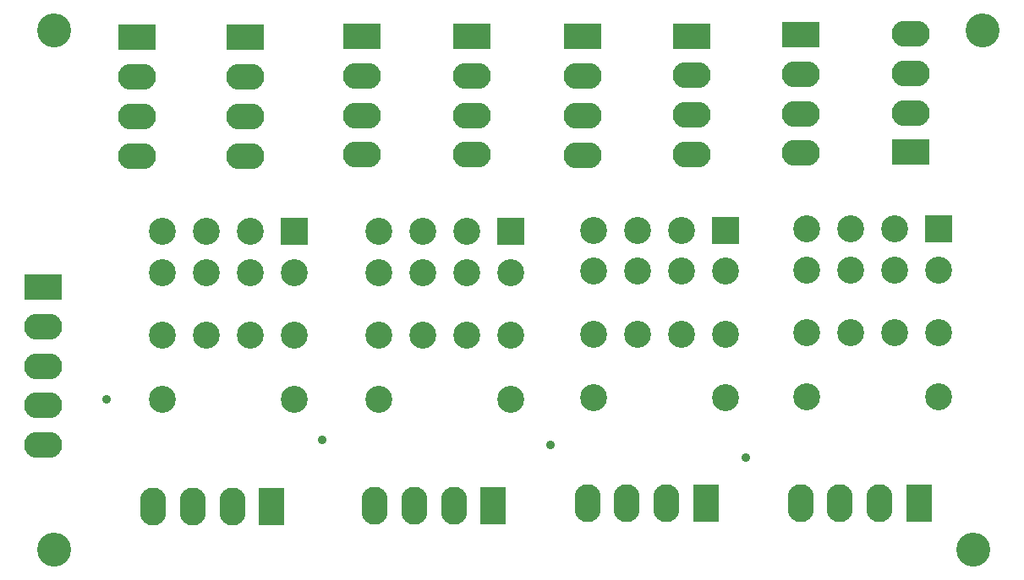
<source format=gbs>
G04*
G04 #@! TF.GenerationSoftware,Altium Limited,Altium Designer,20.2.2 (114)*
G04*
G04 Layer_Color=16711935*
%FSLAX44Y44*%
%MOMM*%
G71*
G04*
G04 #@! TF.SameCoordinates,263EBA9D-054C-40F6-8731-2C9348E58862*
G04*
G04*
G04 #@! TF.FilePolarity,Negative*
G04*
G01*
G75*
%ADD16R,3.8032X2.6032*%
%ADD17O,3.8032X2.6032*%
%ADD18R,2.6032X3.8032*%
%ADD19O,2.6032X3.8032*%
%ADD20C,2.7032*%
%ADD21R,2.7032X2.7032*%
%ADD22C,0.9144*%
%ADD23C,3.4032*%
D16*
X787753Y555970D02*
D03*
X568960Y554180D02*
D03*
X678686Y554700D02*
D03*
X123190Y553140D02*
D03*
X231140D02*
D03*
X347980Y554410D02*
D03*
X458470D02*
D03*
X897890Y438150D02*
D03*
X29210Y302950D02*
D03*
D17*
X787753Y516370D02*
D03*
Y476770D02*
D03*
Y437170D02*
D03*
X568960Y514580D02*
D03*
Y474980D02*
D03*
Y435380D02*
D03*
X678686Y515100D02*
D03*
Y475500D02*
D03*
Y435900D02*
D03*
X123190Y513540D02*
D03*
Y473940D02*
D03*
Y434340D02*
D03*
X231140Y513540D02*
D03*
Y473940D02*
D03*
Y434340D02*
D03*
X347980Y514810D02*
D03*
Y475210D02*
D03*
Y435610D02*
D03*
X458470Y514810D02*
D03*
Y475210D02*
D03*
Y435610D02*
D03*
X897890Y477750D02*
D03*
Y517350D02*
D03*
Y556950D02*
D03*
X29210Y263350D02*
D03*
Y223750D02*
D03*
Y184150D02*
D03*
Y144550D02*
D03*
D18*
X257810Y82550D02*
D03*
X905970Y86360D02*
D03*
X692610D02*
D03*
X479770Y83820D02*
D03*
D19*
X218210Y82550D02*
D03*
X178610D02*
D03*
X139010D02*
D03*
X866370Y86360D02*
D03*
X826770D02*
D03*
X787170D02*
D03*
X653010D02*
D03*
X613410D02*
D03*
X573810D02*
D03*
X440170Y83820D02*
D03*
X400570D02*
D03*
X360970D02*
D03*
D20*
X148670Y190500D02*
D03*
Y254500D02*
D03*
X280670Y190500D02*
D03*
Y254500D02*
D03*
X236670D02*
D03*
X192670D02*
D03*
X236670Y317500D02*
D03*
X280670D02*
D03*
X192670D02*
D03*
X148670D02*
D03*
X236670Y358500D02*
D03*
X192670D02*
D03*
X148670D02*
D03*
X580047Y191770D02*
D03*
Y255770D02*
D03*
X712047Y191770D02*
D03*
Y255770D02*
D03*
X668047D02*
D03*
X624047D02*
D03*
X668047Y318770D02*
D03*
X712047D02*
D03*
X624047D02*
D03*
X580047D02*
D03*
X668047Y359770D02*
D03*
X624047D02*
D03*
X580047D02*
D03*
X364994Y190500D02*
D03*
Y254500D02*
D03*
X496993Y190500D02*
D03*
Y254500D02*
D03*
X452993D02*
D03*
X408993D02*
D03*
X452993Y317500D02*
D03*
X496993D02*
D03*
X408993D02*
D03*
X364994D02*
D03*
X452993Y358500D02*
D03*
X408993D02*
D03*
X364994D02*
D03*
X793830Y193040D02*
D03*
Y257040D02*
D03*
X925830Y193040D02*
D03*
Y257040D02*
D03*
X881830D02*
D03*
X837830D02*
D03*
X881830Y320040D02*
D03*
X925830D02*
D03*
X837830D02*
D03*
X793830D02*
D03*
X881830Y361040D02*
D03*
X837830D02*
D03*
X793830D02*
D03*
D21*
X280670Y358500D02*
D03*
X712047Y359770D02*
D03*
X496993Y358500D02*
D03*
X925830Y361040D02*
D03*
D22*
X92710Y190500D02*
D03*
X537210Y144780D02*
D03*
X732790Y132080D02*
D03*
X308610Y149860D02*
D03*
D23*
X960000Y40000D02*
D03*
X970000Y560000D02*
D03*
X40000D02*
D03*
Y40000D02*
D03*
M02*

</source>
